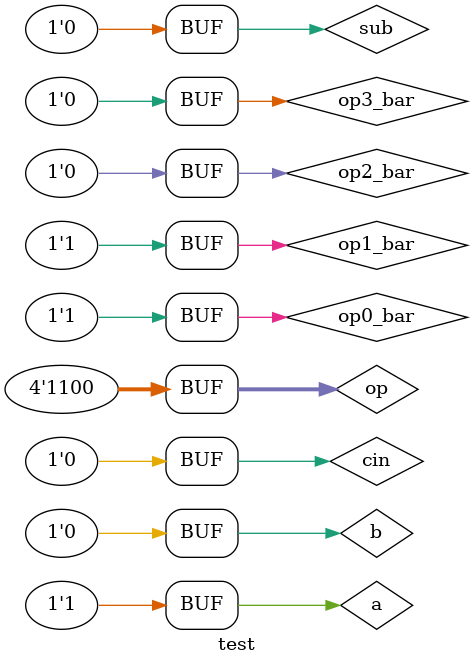
<source format=v>
`include "../ALU/one_bit_alu.v"

module test; 

  reg [3:0] op;
  reg a, b, cin, less;
  wire z, cout, set;
  wire op3_bar, op2_bar, op1_bar, op0_bar, sub;
  
  not ( op3_bar, op[3]);
  not ( op2_bar, op[2]);
  not ( op1_bar, op[1]);
  not ( op0_bar, op[0]);
  and ( sub, op3_bar, op[2], op[1], op0_bar);
  
  one_bit_alu alu0 (
    .op(op), 
    .a(a), 
    .b(b), 
    .cin(cin), 
    .less(less), 
    .sub(sub), 
    .r(z), 
    .cout(cout)); 
    
  initial begin
    $monitor ($time, ": sub=%b\ta=%b\tb=%b\tcin=%b\top=%d\tz=%b\tcout=%b", sub, a, b,cin, op, z, cout);
    #5 a = 0; b = 1; op = 0 ; cin = 0; 
    #5 op = 1 ;   
    #5 a = 1; op = 2;   
    #5 op = 6 ; 
    #5 op = 12; a = 1; b = 0;
    #7;
  end
endmodule

</source>
